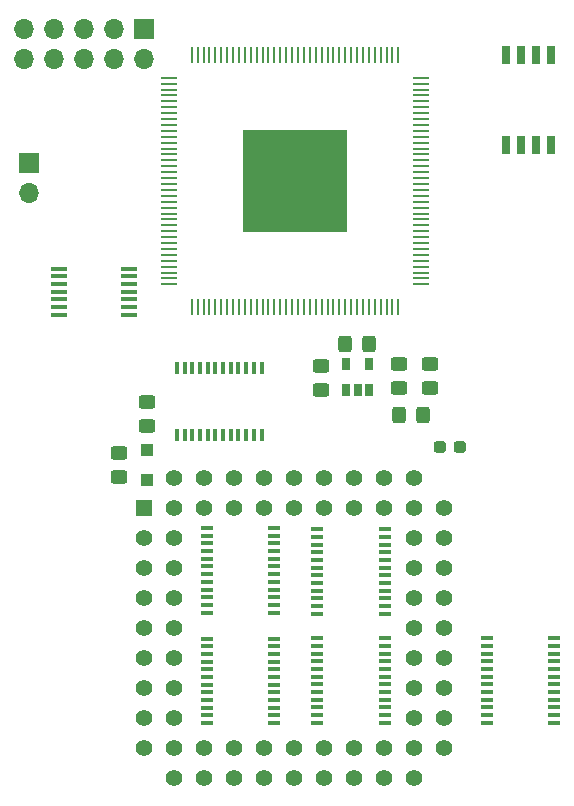
<source format=gts>
G04 #@! TF.GenerationSoftware,KiCad,Pcbnew,(6.0.0)*
G04 #@! TF.CreationDate,2022-07-21T19:31:28+01:00*
G04 #@! TF.ProjectId,ElectronULA,456c6563-7472-46f6-9e55-4c412e6b6963,rev?*
G04 #@! TF.SameCoordinates,Original*
G04 #@! TF.FileFunction,Soldermask,Top*
G04 #@! TF.FilePolarity,Negative*
%FSLAX46Y46*%
G04 Gerber Fmt 4.6, Leading zero omitted, Abs format (unit mm)*
G04 Created by KiCad (PCBNEW (6.0.0)) date 2022-07-21 19:31:28*
%MOMM*%
%LPD*%
G01*
G04 APERTURE LIST*
G04 Aperture macros list*
%AMRoundRect*
0 Rectangle with rounded corners*
0 $1 Rounding radius*
0 $2 $3 $4 $5 $6 $7 $8 $9 X,Y pos of 4 corners*
0 Add a 4 corners polygon primitive as box body*
4,1,4,$2,$3,$4,$5,$6,$7,$8,$9,$2,$3,0*
0 Add four circle primitives for the rounded corners*
1,1,$1+$1,$2,$3*
1,1,$1+$1,$4,$5*
1,1,$1+$1,$6,$7*
1,1,$1+$1,$8,$9*
0 Add four rect primitives between the rounded corners*
20,1,$1+$1,$2,$3,$4,$5,0*
20,1,$1+$1,$4,$5,$6,$7,0*
20,1,$1+$1,$6,$7,$8,$9,0*
20,1,$1+$1,$8,$9,$2,$3,0*%
G04 Aperture macros list end*
%ADD10R,1.100000X0.400000*%
%ADD11R,1.422400X1.422400*%
%ADD12C,1.422400*%
%ADD13R,0.400000X1.100000*%
%ADD14R,0.650000X1.060000*%
%ADD15RoundRect,0.249999X0.325001X0.450001X-0.325001X0.450001X-0.325001X-0.450001X0.325001X-0.450001X0*%
%ADD16RoundRect,0.249999X0.450001X-0.325001X0.450001X0.325001X-0.450001X0.325001X-0.450001X-0.325001X0*%
%ADD17RoundRect,0.249999X-0.450001X0.325001X-0.450001X-0.325001X0.450001X-0.325001X0.450001X0.325001X0*%
%ADD18R,1.000000X1.000000*%
%ADD19R,1.470000X0.280000*%
%ADD20R,0.280000X1.470000*%
%ADD21R,8.930000X8.700000*%
%ADD22RoundRect,0.249999X-0.325001X-0.450001X0.325001X-0.450001X0.325001X0.450001X-0.325001X0.450001X0*%
%ADD23RoundRect,0.237500X0.287500X0.237500X-0.287500X0.237500X-0.287500X-0.237500X0.287500X-0.237500X0*%
%ADD24R,1.700000X1.700000*%
%ADD25O,1.700000X1.700000*%
%ADD26R,0.760000X1.600000*%
%ADD27R,1.450000X0.450000*%
G04 APERTURE END LIST*
D10*
X152367100Y-116503400D03*
X152367100Y-115853400D03*
X152367100Y-115203400D03*
X152367100Y-114553400D03*
X152367100Y-113903400D03*
X152367100Y-113253400D03*
X152367100Y-112603400D03*
X152367100Y-111953400D03*
X152367100Y-111303400D03*
X152367100Y-110653400D03*
X152367100Y-110003400D03*
X152367100Y-109353400D03*
X146667100Y-109353400D03*
X146667100Y-110003400D03*
X146667100Y-110653400D03*
X146667100Y-111303400D03*
X146667100Y-111953400D03*
X146667100Y-112603400D03*
X146667100Y-113253400D03*
X146667100Y-113903400D03*
X146667100Y-114553400D03*
X146667100Y-115203400D03*
X146667100Y-115853400D03*
X146667100Y-116503400D03*
X156027000Y-109328000D03*
X156027000Y-109978000D03*
X156027000Y-110628000D03*
X156027000Y-111278000D03*
X156027000Y-111928000D03*
X156027000Y-112578000D03*
X156027000Y-113228000D03*
X156027000Y-113878000D03*
X156027000Y-114528000D03*
X156027000Y-115178000D03*
X156027000Y-115828000D03*
X156027000Y-116478000D03*
X161727000Y-116478000D03*
X161727000Y-115828000D03*
X161727000Y-115178000D03*
X161727000Y-114528000D03*
X161727000Y-113878000D03*
X161727000Y-113228000D03*
X161727000Y-112578000D03*
X161727000Y-111928000D03*
X161727000Y-111278000D03*
X161727000Y-110628000D03*
X161727000Y-109978000D03*
X161727000Y-109328000D03*
X152341700Y-107156200D03*
X152341700Y-106506200D03*
X152341700Y-105856200D03*
X152341700Y-105206200D03*
X152341700Y-104556200D03*
X152341700Y-103906200D03*
X152341700Y-103256200D03*
X152341700Y-102606200D03*
X152341700Y-101956200D03*
X152341700Y-101306200D03*
X152341700Y-100656200D03*
X152341700Y-100006200D03*
X146641700Y-100006200D03*
X146641700Y-100656200D03*
X146641700Y-101306200D03*
X146641700Y-101956200D03*
X146641700Y-102606200D03*
X146641700Y-103256200D03*
X146641700Y-103906200D03*
X146641700Y-104556200D03*
X146641700Y-105206200D03*
X146641700Y-105856200D03*
X146641700Y-106506200D03*
X146641700Y-107156200D03*
D11*
X141338300Y-98336100D03*
D12*
X143878300Y-98336100D03*
X141338300Y-100876100D03*
X143878300Y-100876100D03*
X141338300Y-103416100D03*
X143878300Y-103416100D03*
X141338300Y-105956100D03*
X143878300Y-105956100D03*
X141338300Y-108496100D03*
X143878300Y-108496100D03*
X141338300Y-111036100D03*
X143878300Y-111036100D03*
X141338300Y-113576100D03*
X143878300Y-113576100D03*
X141338300Y-116116100D03*
X143878300Y-116116100D03*
X141338300Y-118656100D03*
X143878300Y-121196100D03*
X143878300Y-118656100D03*
X146418300Y-121196100D03*
X146418300Y-118656100D03*
X148958300Y-121196100D03*
X148958300Y-118656100D03*
X151498300Y-121196100D03*
X151498300Y-118656100D03*
X154038300Y-121196100D03*
X154038300Y-118656100D03*
X156578300Y-121196100D03*
X156578300Y-118656100D03*
X159118300Y-121196100D03*
X159118300Y-118656100D03*
X161658300Y-121196100D03*
X161658300Y-118656100D03*
X164198300Y-121196100D03*
X166738300Y-118656100D03*
X164198300Y-118656100D03*
X166738300Y-116116100D03*
X164198300Y-116116100D03*
X166738300Y-113576100D03*
X164198300Y-113576100D03*
X166738300Y-111036100D03*
X164198300Y-111036100D03*
X166738300Y-108496100D03*
X164198300Y-108496100D03*
X166738300Y-105956100D03*
X164198300Y-105956100D03*
X166738300Y-103416100D03*
X164198300Y-103416100D03*
X166738300Y-100876100D03*
X164198300Y-100876100D03*
X166738300Y-98336100D03*
X164198300Y-95796100D03*
X164198300Y-98336100D03*
X161658300Y-95796100D03*
X161658300Y-98336100D03*
X159118300Y-95796100D03*
X159118300Y-98336100D03*
X156578300Y-95796100D03*
X156578300Y-98336100D03*
X154038300Y-95796100D03*
X154038300Y-98336100D03*
X151498300Y-95796100D03*
X151498300Y-98336100D03*
X148958300Y-95796100D03*
X148958300Y-98336100D03*
X146418300Y-95796100D03*
X146418300Y-98336100D03*
X143878300Y-95796100D03*
D10*
X156027000Y-100107800D03*
X156027000Y-100757800D03*
X156027000Y-101407800D03*
X156027000Y-102057800D03*
X156027000Y-102707800D03*
X156027000Y-103357800D03*
X156027000Y-104007800D03*
X156027000Y-104657800D03*
X156027000Y-105307800D03*
X156027000Y-105957800D03*
X156027000Y-106607800D03*
X156027000Y-107257800D03*
X161727000Y-107257800D03*
X161727000Y-106607800D03*
X161727000Y-105957800D03*
X161727000Y-105307800D03*
X161727000Y-104657800D03*
X161727000Y-104007800D03*
X161727000Y-103357800D03*
X161727000Y-102707800D03*
X161727000Y-102057800D03*
X161727000Y-101407800D03*
X161727000Y-100757800D03*
X161727000Y-100107800D03*
D13*
X144148860Y-92141160D03*
X144798860Y-92141160D03*
X145448860Y-92141160D03*
X146098860Y-92141160D03*
X146748860Y-92141160D03*
X147398860Y-92141160D03*
X148048860Y-92141160D03*
X148698860Y-92141160D03*
X149348860Y-92141160D03*
X149998860Y-92141160D03*
X150648860Y-92141160D03*
X151298860Y-92141160D03*
X151298860Y-86441160D03*
X150648860Y-86441160D03*
X149998860Y-86441160D03*
X149348860Y-86441160D03*
X148698860Y-86441160D03*
X148048860Y-86441160D03*
X147398860Y-86441160D03*
X146748860Y-86441160D03*
X146098860Y-86441160D03*
X145448860Y-86441160D03*
X144798860Y-86441160D03*
X144148860Y-86441160D03*
D14*
X158477200Y-88291000D03*
X159427200Y-88291000D03*
X160377200Y-88291000D03*
X160377200Y-86091000D03*
X158477200Y-86091000D03*
D15*
X165007200Y-90401000D03*
X162957200Y-90401000D03*
D16*
X165557200Y-88176000D03*
X165557200Y-86126000D03*
D17*
X141576920Y-89351720D03*
X141576920Y-91401720D03*
D16*
X156297200Y-88321000D03*
X156297200Y-86271000D03*
D18*
X141576920Y-95891720D03*
X141576920Y-93391720D03*
D17*
X139232640Y-93620480D03*
X139232640Y-95670480D03*
X162957200Y-86131000D03*
X162957200Y-88181000D03*
D19*
X143467200Y-61871000D03*
X143467200Y-62371000D03*
X143467200Y-62871000D03*
X143467200Y-63371000D03*
X143467200Y-63871000D03*
X143467200Y-64371000D03*
X143467200Y-64871000D03*
X143467200Y-65371000D03*
X143467200Y-65871000D03*
X143467200Y-66371000D03*
X143467200Y-66871000D03*
X143467200Y-67371000D03*
X143467200Y-67871000D03*
X143467200Y-68371000D03*
X143467200Y-68871000D03*
X143467200Y-69371000D03*
X143467200Y-69871000D03*
X143467200Y-70371000D03*
X143467200Y-70871000D03*
X143467200Y-71371000D03*
X143467200Y-71871000D03*
X143467200Y-72371000D03*
X143467200Y-72871000D03*
X143467200Y-73371000D03*
X143467200Y-73871000D03*
X143467200Y-74371000D03*
X143467200Y-74871000D03*
X143467200Y-75371000D03*
X143467200Y-75871000D03*
X143467200Y-76371000D03*
X143467200Y-76871000D03*
X143467200Y-77371000D03*
X143467200Y-77871000D03*
X143467200Y-78371000D03*
X143467200Y-78871000D03*
X143467200Y-79371000D03*
D20*
X145387200Y-81291000D03*
X145887200Y-81291000D03*
X146387200Y-81291000D03*
X146887200Y-81291000D03*
X147387200Y-81291000D03*
X147887200Y-81291000D03*
X148387200Y-81291000D03*
X148887200Y-81291000D03*
X149387200Y-81291000D03*
X149887200Y-81291000D03*
X150387200Y-81291000D03*
X150887200Y-81291000D03*
X151387200Y-81291000D03*
X151887200Y-81291000D03*
X152387200Y-81291000D03*
X152887200Y-81291000D03*
X153387200Y-81291000D03*
X153887200Y-81291000D03*
X154387200Y-81291000D03*
X154887200Y-81291000D03*
X155387200Y-81291000D03*
X155887200Y-81291000D03*
X156387200Y-81291000D03*
X156887200Y-81291000D03*
X157387200Y-81291000D03*
X157887200Y-81291000D03*
X158387200Y-81291000D03*
X158887200Y-81291000D03*
X159387200Y-81291000D03*
X159887200Y-81291000D03*
X160387200Y-81291000D03*
X160887200Y-81291000D03*
X161387200Y-81291000D03*
X161887200Y-81291000D03*
X162387200Y-81291000D03*
X162887200Y-81291000D03*
D19*
X164807200Y-79371000D03*
X164807200Y-78871000D03*
X164807200Y-78371000D03*
X164807200Y-77871000D03*
X164807200Y-77371000D03*
X164807200Y-76871000D03*
X164807200Y-76371000D03*
X164807200Y-75871000D03*
X164807200Y-75371000D03*
X164807200Y-74871000D03*
X164807200Y-74371000D03*
X164807200Y-73871000D03*
X164807200Y-73371000D03*
X164807200Y-72871000D03*
X164807200Y-72371000D03*
X164807200Y-71871000D03*
X164807200Y-71371000D03*
X164807200Y-70871000D03*
X164807200Y-70371000D03*
X164807200Y-69871000D03*
X164807200Y-69371000D03*
X164807200Y-68871000D03*
X164807200Y-68371000D03*
X164807200Y-67871000D03*
X164807200Y-67371000D03*
X164807200Y-66871000D03*
X164807200Y-66371000D03*
X164807200Y-65871000D03*
X164807200Y-65371000D03*
X164807200Y-64871000D03*
X164807200Y-64371000D03*
X164807200Y-63871000D03*
X164807200Y-63371000D03*
X164807200Y-62871000D03*
X164807200Y-62371000D03*
X164807200Y-61871000D03*
D20*
X162887200Y-59951000D03*
X162387200Y-59951000D03*
X161887200Y-59951000D03*
X161387200Y-59951000D03*
X160887200Y-59951000D03*
X160387200Y-59951000D03*
X159887200Y-59951000D03*
X159387200Y-59951000D03*
X158887200Y-59951000D03*
X158387200Y-59951000D03*
X157887200Y-59951000D03*
X157387200Y-59951000D03*
X156887200Y-59951000D03*
X156387200Y-59951000D03*
X155887200Y-59951000D03*
X155387200Y-59951000D03*
X154887200Y-59951000D03*
X154387200Y-59951000D03*
X153887200Y-59951000D03*
X153387200Y-59951000D03*
X152887200Y-59951000D03*
X152387200Y-59951000D03*
X151887200Y-59951000D03*
X151387200Y-59951000D03*
X150887200Y-59951000D03*
X150387200Y-59951000D03*
X149887200Y-59951000D03*
X149387200Y-59951000D03*
X148887200Y-59951000D03*
X148387200Y-59951000D03*
X147887200Y-59951000D03*
X147387200Y-59951000D03*
X146887200Y-59951000D03*
X146387200Y-59951000D03*
X145887200Y-59951000D03*
X145387200Y-59951000D03*
D21*
X154137200Y-70621000D03*
D22*
X158385400Y-84378800D03*
X160435400Y-84378800D03*
D10*
X170392720Y-109328220D03*
X170392720Y-109978220D03*
X170392720Y-110628220D03*
X170392720Y-111278220D03*
X170392720Y-111928220D03*
X170392720Y-112578220D03*
X170392720Y-113228220D03*
X170392720Y-113878220D03*
X170392720Y-114528220D03*
X170392720Y-115178220D03*
X170392720Y-115828220D03*
X170392720Y-116478220D03*
X176092720Y-116478220D03*
X176092720Y-115828220D03*
X176092720Y-115178220D03*
X176092720Y-114528220D03*
X176092720Y-113878220D03*
X176092720Y-113228220D03*
X176092720Y-112578220D03*
X176092720Y-111928220D03*
X176092720Y-111278220D03*
X176092720Y-110628220D03*
X176092720Y-109978220D03*
X176092720Y-109328220D03*
D23*
X168139080Y-93154500D03*
X166389080Y-93154500D03*
D24*
X141325600Y-57711340D03*
D25*
X141325600Y-60251340D03*
X138785600Y-57711340D03*
X138785600Y-60251340D03*
X136245600Y-57711340D03*
X136245600Y-60251340D03*
X133705600Y-57711340D03*
X133705600Y-60251340D03*
X131165600Y-57711340D03*
X131165600Y-60251340D03*
D24*
X131620260Y-69113400D03*
D25*
X131620260Y-71653400D03*
D26*
X175844200Y-59954160D03*
X174574200Y-59954160D03*
X173304200Y-59954160D03*
X172034200Y-59954160D03*
X172034200Y-67574160D03*
X173304200Y-67574160D03*
X174574200Y-67574160D03*
X175844200Y-67574160D03*
D27*
X134149040Y-78034600D03*
X134149040Y-78684600D03*
X134149040Y-79334600D03*
X134149040Y-79984600D03*
X134149040Y-80634600D03*
X134149040Y-81284600D03*
X134149040Y-81934600D03*
X140049040Y-81934600D03*
X140049040Y-81284600D03*
X140049040Y-80634600D03*
X140049040Y-79984600D03*
X140049040Y-79334600D03*
X140049040Y-78684600D03*
X140049040Y-78034600D03*
M02*

</source>
